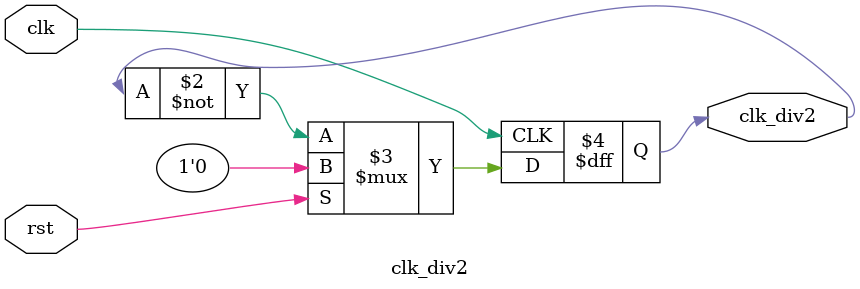
<source format=v>
module clk_div2(
	input		clk,
	input		rst,
	output reg	clk_div2
);

always @(posedge clk)
begin
	clk_div2 <= (rst) ? 1'b0 : ~clk_div2;
end

endmodule

</source>
